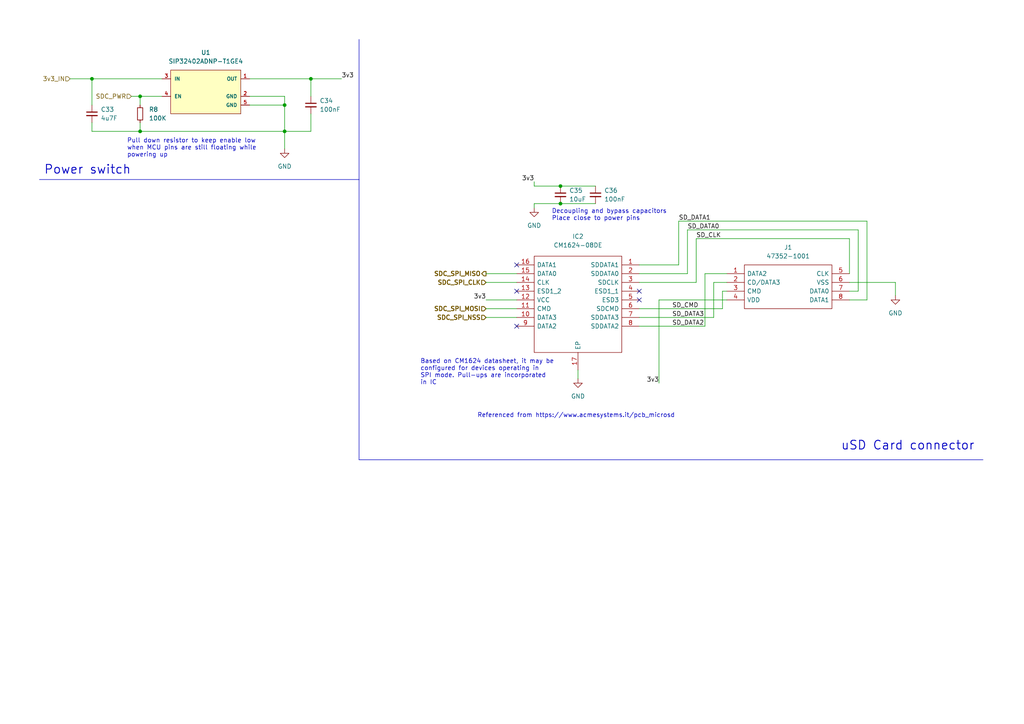
<source format=kicad_sch>
(kicad_sch (version 20230121) (generator eeschema)
  (paper "A4")
  (title_block (title "E-Paper Photo Frame") (date "2023-01-14") (rev "1.0"))
  (lib_symbols
    (symbol "Device:C_Small" (pin_numbers hide) (pin_names (offset 0.254) hide)
      (property "Reference" "C" (at 0.254 1.778 0))
      (property "Value" "C_Small" (at 0.254 -2.032 0))
      (symbol "C_Small_0_1"
        (polyline (pts (xy -1.524 -0.508) (xy 1.524 -0.508)) (stroke (width 0.3302)))
        (polyline (pts (xy -1.524 0.508) (xy 1.524 0.508)) (stroke (width 0.3048)))
      )
      (symbol "C_Small_1_1"
        (pin passive line (at 0 2.54 270) (length 2.032) (name "~") (number "1"))
        (pin passive line (at 0 -2.54 90) (length 2.032) (name "~") (number "2"))
      )
    )
    (symbol "Device:R_Small" (pin_numbers hide) (pin_names (offset 0.254) hide)
      (property "Reference" "R" (at 0.762 0.508 0))
      (property "Value" "R_Small" (at 0.762 -1.016 0))
      (symbol "R_Small_0_1"
        (rectangle (start -0.762 1.778) (end 0.762 -1.778) (stroke (width 0.2032)))
      )
      (symbol "R_Small_1_1"
        (pin passive line (at 0 2.54 270) (length 0.762) (name "~") (number "1"))
        (pin passive line (at 0 -2.54 90) (length 0.762) (name "~") (number "2"))
      )
    )
    (symbol "Personal:SIP32402ADNP-T1GE4" (pin_names (offset 1.016))
      (property "Reference" "U" (at 0 5.08 0))
      (property "Value" "SIP32402ADNP-T1GE4" (at 0 7.62 0))
      (symbol "SIP32402ADNP-T1GE4_1_1"
        (rectangle (start 5.08 2.54) (end 25.4 -10.16) (fill (type background)))
        (pin power_out line (at 27.94 0 180) (length 2.54) (name "OUT") (number "1"))
        (pin power_in line (at 27.94 -5.08 180) (length 2.54) (name "GND") (number "2"))
        (pin power_in line (at 2.54 0 0) (length 2.54) (name "IN") (number "3"))
        (pin input line (at 2.54 -5.08 0) (length 2.54) (name "EN") (number "4"))
        (pin power_in line (at 27.94 -7.62 180) (length 2.54) (name "GND") (number "5"))
      )
    )
    (symbol "SamacSys_Parts:47352-1001" (pin_names (offset 0.762))
      (property "Reference" "J" (at 31.75 7.62 0))
      (property "Value" "47352-1001" (at 31.75 5.08 0))
      (symbol "47352-1001_0_0"
        (pin passive line (at 0 0 0) (length 5.08) (name "DATA2") (number "1"))
        (pin passive line (at 0 -2.54 0) (length 5.08) (name "CD/DATA3") (number "2"))
        (pin passive line (at 0 -5.08 0) (length 5.08) (name "CMD") (number "3"))
        (pin passive line (at 0 -7.62 0) (length 5.08) (name "VDD") (number "4"))
        (pin passive line (at 35.56 0 180) (length 5.08) (name "CLK") (number "5"))
        (pin passive line (at 35.56 -2.54 180) (length 5.08) (name "VSS") (number "6"))
        (pin passive line (at 35.56 -5.08 180) (length 5.08) (name "DATA0") (number "7"))
        (pin passive line (at 35.56 -7.62 180) (length 5.08) (name "DATA1") (number "8"))
      )
      (symbol "47352-1001_0_1"
        (polyline (pts (xy 5.08 2.54) (xy 30.48 2.54) (xy 30.48 -10.16) (xy 5.08 -10.16) (xy 5.08 2.54)) (stroke (width 0.1524)))
      )
    )
    (symbol "SamacSys_Parts:CM1624-08DE" (pin_names (offset 0.762))
      (property "Reference" "IC" (at 31.75 7.62 0))
      (property "Value" "CM1624-08DE" (at 31.75 5.08 0))
      (symbol "CM1624-08DE_0_0"
        (pin passive line (at 0 0 0) (length 5.08) (name "SDDATA1") (number "1"))
        (pin passive line (at 35.56 -15.24 180) (length 5.08) (name "DATA3") (number "10"))
        (pin passive line (at 35.56 -12.7 180) (length 5.08) (name "CMD") (number "11"))
        (pin passive line (at 35.56 -10.16 180) (length 5.08) (name "VCC") (number "12"))
        (pin passive line (at 35.56 -7.62 180) (length 5.08) (name "ESD1_2") (number "13"))
        (pin passive line (at 35.56 -5.08 180) (length 5.08) (name "CLK") (number "14"))
        (pin passive line (at 35.56 -2.54 180) (length 5.08) (name "DATA0") (number "15"))
        (pin passive line (at 35.56 0 180) (length 5.08) (name "DATA1") (number "16"))
        (pin passive line (at 17.78 -30.48 90) (length 5.08) (name "EP") (number "17"))
        (pin passive line (at 0 -2.54 0) (length 5.08) (name "SDDATA0") (number "2"))
        (pin passive line (at 0 -5.08 0) (length 5.08) (name "SDCLK") (number "3"))
        (pin passive line (at 0 -7.62 0) (length 5.08) (name "ESD1_1") (number "4"))
        (pin passive line (at 0 -10.16 0) (length 5.08) (name "ESD3") (number "5"))
        (pin passive line (at 0 -12.7 0) (length 5.08) (name "SDCMD") (number "6"))
        (pin passive line (at 0 -15.24 0) (length 5.08) (name "SDDATA3") (number "7"))
        (pin passive line (at 0 -17.78 0) (length 5.08) (name "SDDATA2") (number "8"))
        (pin passive line (at 35.56 -17.78 180) (length 5.08) (name "DATA2") (number "9"))
      )
      (symbol "CM1624-08DE_0_1"
        (polyline (pts (xy 5.08 2.54) (xy 30.48 2.54) (xy 30.48 -25.4) (xy 5.08 -25.4) (xy 5.08 2.54)) (stroke (width 0.1524)))
      )
    )
    (symbol "power:GND" (power) (pin_names (offset 0))
      (property "Value" "GND" (at 0 -3.81 0))
      (symbol "GND_0_1"
        (polyline (pts (xy 0 0) (xy 0 -1.27) (xy 1.27 -1.27) (xy 0 -2.54) (xy -1.27 -1.27) (xy 0 -1.27)))
      )
      (symbol "GND_1_1"
        (pin power_in line (at 0 0 270) (length 0) hide (name "GND") (number "1"))
      )
    )
  )
  (junction (at 40.64 38.1))
  (junction (at 90.17 22.86))
  (junction (at 162.56 59.055))
  (junction (at 40.64 27.94))
  (junction (at 82.55 38.1))
  (junction (at 82.55 30.48))
  (junction (at 162.56 53.975))
  (junction (at 26.67 22.86))
  (no_connect (at 149.86 94.615))
  (no_connect (at 185.42 84.455))
  (no_connect (at 149.86 76.835))
  (no_connect (at 149.86 84.455))
  (no_connect (at 185.42 86.995))
  (wire (pts (xy 246.38 86.995) (xy 251.46 86.995)))
  (wire (pts (xy 26.67 38.1) (xy 40.64 38.1)))
  (wire (pts (xy 154.94 60.325) (xy 154.94 59.055)))
  (wire (pts (xy 209.55 84.455) (xy 209.55 89.535)))
  (wire (pts (xy 140.97 86.995) (xy 149.86 86.995)))
  (wire (pts (xy 140.97 81.915) (xy 149.86 81.915)))
  (wire (pts (xy 246.38 84.455) (xy 248.92 84.455)))
  (wire (pts (xy 204.47 79.375) (xy 204.47 94.615)))
  (wire (pts (xy 40.64 35.56) (xy 40.64 38.1)))
  (wire (pts (xy 90.17 33.02) (xy 90.17 38.1)))
  (wire (pts (xy 40.64 27.94) (xy 46.99 27.94)))
  (wire (pts (xy 246.38 81.915) (xy 259.715 81.915)))
  (wire (pts (xy 246.38 79.375) (xy 246.38 69.215)))
  (wire (pts (xy 38.1 27.94) (xy 40.64 27.94)))
  (wire (pts (xy 167.64 107.315) (xy 167.64 109.855)))
  (wire (pts (xy 90.17 22.86) (xy 90.17 27.94)))
  (wire (pts (xy 191.135 86.995) (xy 210.82 86.995)))
  (wire (pts (xy 204.47 94.615) (xy 185.42 94.615)))
  (wire (pts (xy 82.55 38.1) (xy 82.55 43.18)))
  (wire (pts (xy 251.46 86.995) (xy 251.46 64.135)))
  (polyline (pts (xy 104.14 52.07) (xy 11.43 52.07)))
  (wire (pts (xy 26.67 35.56) (xy 26.67 38.1)))
  (polyline (pts (xy 104.14 133.35) (xy 285.115 133.35)))
  (wire (pts (xy 196.85 64.135) (xy 196.85 76.835)))
  (wire (pts (xy 207.01 81.915) (xy 207.01 92.075)))
  (wire (pts (xy 154.94 53.975) (xy 162.56 53.975)))
  (wire (pts (xy 207.01 92.075) (xy 185.42 92.075)))
  (wire (pts (xy 140.97 92.075) (xy 149.86 92.075)))
  (wire (pts (xy 72.39 27.94) (xy 82.55 27.94)))
  (wire (pts (xy 199.39 66.675) (xy 199.39 79.375)))
  (wire (pts (xy 162.56 53.975) (xy 172.72 53.975)))
  (wire (pts (xy 248.92 66.675) (xy 199.39 66.675)))
  (wire (pts (xy 20.32 22.86) (xy 26.67 22.86)))
  (wire (pts (xy 185.42 81.915) (xy 201.93 81.915)))
  (wire (pts (xy 72.39 30.48) (xy 82.55 30.48)))
  (wire (pts (xy 154.94 52.705) (xy 154.94 53.975)))
  (polyline (pts (xy 104.14 52.07) (xy 104.14 133.35)))
  (wire (pts (xy 196.85 76.835) (xy 185.42 76.835)))
  (wire (pts (xy 90.17 38.1) (xy 82.55 38.1)))
  (wire (pts (xy 140.97 89.535) (xy 149.86 89.535)))
  (wire (pts (xy 154.94 59.055) (xy 162.56 59.055)))
  (wire (pts (xy 26.67 22.86) (xy 26.67 30.48)))
  (wire (pts (xy 72.39 22.86) (xy 90.17 22.86)))
  (wire (pts (xy 90.17 22.86) (xy 99.06 22.86)))
  (wire (pts (xy 209.55 84.455) (xy 210.82 84.455)))
  (wire (pts (xy 26.67 22.86) (xy 46.99 22.86)))
  (wire (pts (xy 199.39 79.375) (xy 185.42 79.375)))
  (wire (pts (xy 246.38 69.215) (xy 201.93 69.215)))
  (wire (pts (xy 82.55 27.94) (xy 82.55 30.48)))
  (wire (pts (xy 210.82 79.375) (xy 204.47 79.375)))
  (wire (pts (xy 140.97 79.375) (xy 149.86 79.375)))
  (wire (pts (xy 40.64 27.94) (xy 40.64 30.48)))
  (wire (pts (xy 82.55 30.48) (xy 82.55 38.1)))
  (wire (pts (xy 259.715 81.915) (xy 259.715 85.725)))
  (wire (pts (xy 185.42 89.535) (xy 209.55 89.535)))
  (wire (pts (xy 248.92 84.455) (xy 248.92 66.675)))
  (wire (pts (xy 162.56 59.055) (xy 172.72 59.055)))
  (wire (pts (xy 191.135 86.995) (xy 191.135 111.125)))
  (polyline (pts (xy 104.14 11.43) (xy 104.14 52.07)))
  (wire (pts (xy 210.82 81.915) (xy 207.01 81.915)))
  (wire (pts (xy 251.46 64.135) (xy 196.85 64.135)))
  (wire (pts (xy 201.93 69.215) (xy 201.93 81.915)))
  (wire (pts (xy 40.64 38.1) (xy 82.55 38.1)))
  (text "Referenced from https://www.acmesystems.it/pcb_microsd" (at 138.43 121.285 0) (effects (font (size 1.27 1.27)) (justify left bottom)))
  (text "Power switch" (at 12.7 50.8 0) (effects (font (size 2.54 2.54) (thickness 0.2544) bold) (justify left bottom)))
  (text "Pull down resistor to keep enable low\nwhen MCU pins are still floating while\npowering up" (at 36.83 45.72 0) (effects (font (size 1.27 1.27)) (justify left bottom)))
  (text "uSD Card connector" (at 243.84 130.81 0) (effects (font (size 2.54 2.54) (thickness 0.2544) bold) (justify left bottom)))
  (text "Decoupling and bypass capacitors\nPlace close to power pins" (at 160.02 64.135 0) (effects (font (size 1.27 1.27)) (justify left bottom)))
  (text "Based on CM1624 datasheet, it may be\nconfigured for devices operating in\nSPI mode. Pull-ups are incorporated\nin IC" (at 121.92 111.76 0) (effects (font (size 1.27 1.27)) (justify left bottom)))
  (label "SD_CLK" (at 201.93 69.215 0))
  (label "SD_DATA2" (at 194.945 94.615 0))
  (label "SD_CMD" (at 194.945 89.535 0))
  (label "SD_DATA1" (at 196.85 64.135 0))
  (label "3v3" (at 154.94 52.705 180))
  (label "SD_DATA0" (at 199.39 66.675 0))
  (label "3v3" (at 99.06 22.86 0))
  (label "3v3" (at 140.97 86.995 180))
  (label "3v3" (at 191.135 111.125 180))
  (label "SD_DATA3" (at 194.945 92.075 0))
  (hierarchical_label "3v3_IN" (shape input) (at 20.32 22.86 180))
  (hierarchical_label "SDC_PWR" (shape input) (at 38.1 27.94 180))
  (hierarchical_label "SDC_SPI_MISO" (shape output) (at 140.97 79.375 180) (effects (font bold)))
  (hierarchical_label "SDC_SPI_CLK" (shape input) (at 140.97 81.915 180) (effects (font bold)))
  (hierarchical_label "SDC_SPI_MOSI" (shape input) (at 140.97 89.535 180) (effects (font bold)))
  (hierarchical_label "SDC_SPI_NSS" (shape input) (at 140.97 92.075 180) (effects (font bold)))
  (symbol (lib_id "Device:C_Small") (at 26.67 33.02 0) (unit 1)
    (property "Reference" "C33" (at 29.21 31.7562 0) (effects (justify left)))
    (property "Value" "4u7F" (at 29.21 34.2962 0) (effects (justify left)))
    (property "Footprint" "Capacitor_SMD:C_0805_2012Metric" (effects hide))
    (property "LCSC" "C1779" (effects hide))
  )
  (symbol (lib_id "Device:C_Small") (at 172.72 56.515 0) (unit 1)
    (property "Reference" "C36" (at 175.26 55.2512 0) (effects (justify left)))
    (property "Value" "100nF" (at 175.26 57.7912 0) (effects (justify left)))
    (property "Footprint" "Capacitor_SMD:C_0603_1608Metric" (effects hide))
    (property "LCSC" "C14663" (effects hide))
  )
  (symbol (lib_id "Device:C_Small") (at 162.56 56.515 0) (unit 1)
    (property "Reference" "C35" (at 165.1 55.2512 0) (effects (justify left)))
    (property "Value" "10uF" (at 165.1 57.7912 0) (effects (justify left)))
    (property "Footprint" "Capacitor_SMD:C_0603_1608Metric" (effects hide))
    (property "LCSC" "C96446" (effects hide))
  )
  (symbol (lib_id "power:GND") (at 259.715 85.725 0) (unit 1)
    (property "Reference" "#PWR0132" (effects hide))
    (property "Value" "GND" (at 259.715 90.805 0))
  )
  (symbol (lib_id "power:GND") (at 167.64 109.855 0) (unit 1)
    (property "Reference" "#PWR0131" (effects hide))
    (property "Value" "GND" (at 167.64 114.935 0))
  )
  (symbol (lib_id "Device:R_Small") (at 40.64 33.02 0) (unit 1)
    (property "Reference" "R8" (at 43.18 31.7499 0) (effects (justify left)))
    (property "Value" "100K" (at 43.18 34.2899 0) (effects (justify left)))
    (property "Footprint" "Resistor_SMD:R_0805_2012Metric" (effects hide))
    (property "LCSC" "C149504" (effects hide))
  )
  (symbol (lib_id "SamacSys_Parts:47352-1001") (at 210.82 79.375 0) (unit 1)
    (property "Reference" "J1" (at 228.6 71.755 0))
    (property "Value" "47352-1001" (at 228.6 74.295 0))
    (property "Footprint" "SamacSys_Parts:47352-1001" (effects hide))
    (property "Datasheet" "http://www.molex.com/pdm_docs/sd/473521001_sd.pdf" (effects hide))
    (property "Description" "Molex 47388 Series 8 Way Right Angle Micro SD Memory Card Connector with Solder Termination" (effects hide))
    (property "Manufacturer_Name" "Molex" (effects hide))
    (property "Manufacturer_Part_Number" "47352-1001" (effects hide))
    (property "Mouser Part Number" "538-47352-1001" (effects hide))
    (property "Mouser Price/Stock" "https://www.mouser.co.uk/ProductDetail/Molex/47352-1001?qs=c2CV6XM0DweyUS%2F9lG4Ycg%3D%3D" (effects hide))
    (property "LCSC" "C293569" (effects hide))
  )
  (symbol (lib_id "SamacSys_Parts:CM1624-08DE") (at 185.42 76.835 0) (mirror y) (unit 1)
    (property "Reference" "IC2" (at 167.64 68.58 0))
    (property "Value" "CM1624-08DE" (at 167.64 71.12 0))
    (property "Footprint" "SamacSys_Parts:SON40P135X330X55-17N" (effects hide))
    (property "Datasheet" "http://www.onsemi.com/pub/Collateral/CM1624-D.PDF" (effects hide))
    (property "Description" "ON SEMICONDUCTOR - CM1624-08DE. - EMI Filter, 4-Channel, ESD Protection, 300MHz, Line Protection, UDFN-16" (effects hide))
    (property "Height" "0.55" (effects hide))
    (property "Manufacturer_Name" "onsemi" (effects hide))
    (property "Manufacturer_Part_Number" "CM1624-08DE" (effects hide))
    (property "Mouser Part Number" "748-CM1624-08DE" (effects hide))
    (property "Mouser Price/Stock" "https://www.mouser.co.uk/ProductDetail/onsemi/CM1624-08DE?qs=bXBibfwyPRFMJRiP9A%252BDOw%3D%3D" (effects hide))
    (property "Arrow Part Number" "CM1624-08DE" (effects hide))
    (property "Arrow Price/Stock" "https://www.arrow.com/en/products/cm1624-08de/on-semiconductor?region=nac" (effects hide))
    (property "LCSC" "C605363" (effects hide))
  )
  (symbol (lib_id "power:GND") (at 154.94 60.325 0) (unit 1)
    (property "Reference" "#PWR0130" (effects hide))
    (property "Value" "GND" (at 154.94 65.405 0))
  )
  (symbol (lib_id "Device:C_Small") (at 90.17 30.48 0) (unit 1)
    (property "Reference" "C34" (at 92.71 29.2162 0) (effects (justify left)))
    (property "Value" "100nF" (at 92.71 31.7562 0) (effects (justify left)))
    (property "Footprint" "Capacitor_SMD:C_0805_2012Metric" (effects hide))
    (property "LCSC" "C49678" (effects hide))
  )
  (symbol (lib_id "Personal:SIP32402ADNP-T1GE4") (at 44.45 22.86 0) (unit 1)
    (property "Reference" "U1" (at 59.69 15.24 0))
    (property "Value" "SIP32402ADNP-T1GE4" (at 59.69 17.78 0))
    (property "Footprint" "Personal:Vishay-T16-0143-04_2016-C-MFG" (effects hide))
    (property "Datasheet" "https://www.vishay.com/docs/63705/sip32401a.pdf" (effects hide))
    (property "automotive" "No" (effects hide))
    (property "category" "IC" (effects hide))
    (property "device class L1" "Integrated Circuits (ICs)" (effects hide))
    (property "device class L2" "Power Management ICs" (effects hide))
    (property "device class L3" "Hot Swap Controllers" (effects hide))
    (property "digikey description" "IC PWR SWITCH N-CHAN 1:1 4TDFN" (effects hide))
    (property "digikey part number" "SIP32402ADNP-T1GE4CT-ND" (effects hide))
    (property "height" "0.6mm" (effects hide))
    (property "lead free" "Yes" (effects hide))
    (property "library id" "56f1c204394956c0" (effects hide))
    (property "manufacturer" "Vishay" (effects hide))
    (property "max junction temp" "+125°C" (effects hide))
    (property "max power dissipation" "324mW" (effects hide))
    (property "max supply voltage" "5.5V" (effects hide))
    (property "min supply voltage" "1.1V" (effects hide))
    (property "mouser description" "Power Switch ICs - Power Distribution 2A 1.2V Slew Rate Ctrl Load Switch" (effects hide))
    (property "mouser part number" "78-SIP32402ADNPT1GE4" (effects hide))
    (property "nominal supply current" "10.5-105uA" (effects hide))
    (property "number of channels" "1" (effects hide))
    (property "number of outputs" "1" (effects hide))
    (property "on state resistance" "62mΩ" (effects hide))
    (property "output current" "2.4A" (effects hide))
    (property "package" "TDFN4" (effects hide))
    (property "rohs" "Yes" (effects hide))
    (property "standoff height" "0mm" (effects hide))
    (property "temperature range high" "+85°C" (effects hide))
    (property "temperature range low" "-40°C" (effects hide))
    (property "turn off delay time" "0.001ms" (effects hide))
    (property "turn on delay time" "1.8ms" (effects hide))
    (property "LCSC" "C143660" (effects hide))
  )
  (symbol (lib_id "power:GND") (at 82.55 43.18 0) (unit 1)
    (property "Reference" "#PWR0129" (effects hide))
    (property "Value" "GND" (at 82.55 48.26 0))
  )
)
</source>
